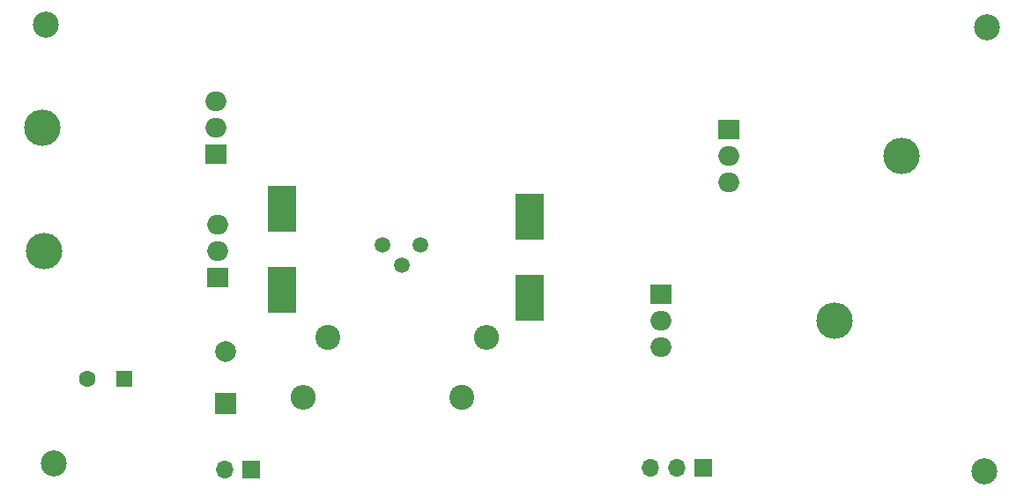
<source format=gbs>
G04 #@! TF.GenerationSoftware,KiCad,Pcbnew,(6.0.1)*
G04 #@! TF.CreationDate,2022-04-24T16:28:33-07:00*
G04 #@! TF.ProjectId,StereoPS,53746572-656f-4505-932e-6b696361645f,rev?*
G04 #@! TF.SameCoordinates,Original*
G04 #@! TF.FileFunction,Soldermask,Bot*
G04 #@! TF.FilePolarity,Negative*
%FSLAX46Y46*%
G04 Gerber Fmt 4.6, Leading zero omitted, Abs format (unit mm)*
G04 Created by KiCad (PCBNEW (6.0.1)) date 2022-04-24 16:28:33*
%MOMM*%
%LPD*%
G01*
G04 APERTURE LIST*
%ADD10R,1.600000X1.600000*%
%ADD11C,1.600000*%
%ADD12R,2.700000X4.500000*%
%ADD13C,2.500000*%
%ADD14C,2.400000*%
%ADD15O,2.400000X2.400000*%
%ADD16O,3.500000X3.500000*%
%ADD17R,2.000000X1.905000*%
%ADD18O,2.000000X1.905000*%
%ADD19R,1.700000X1.700000*%
%ADD20O,1.700000X1.700000*%
%ADD21C,1.498600*%
%ADD22R,2.000000X2.000000*%
%ADD23C,2.000000*%
G04 APERTURE END LIST*
D10*
X118492651Y-112268000D03*
D11*
X114992651Y-112268000D03*
D12*
X133680000Y-103740000D03*
X133680000Y-95940000D03*
D13*
X201422000Y-78486000D03*
D14*
X138080000Y-108300000D03*
D15*
X153320000Y-108300000D03*
D16*
X186754000Y-106680000D03*
D17*
X170094000Y-104140000D03*
D18*
X170094000Y-106680000D03*
X170094000Y-109220000D03*
D14*
X150920000Y-114100000D03*
D15*
X135680000Y-114100000D03*
D16*
X110790000Y-99980000D03*
D17*
X127450000Y-102520000D03*
D18*
X127450000Y-99980000D03*
X127450000Y-97440000D03*
D16*
X193220000Y-90890000D03*
D17*
X176560000Y-88350000D03*
D18*
X176560000Y-90890000D03*
X176560000Y-93430000D03*
D13*
X111760000Y-120396000D03*
D19*
X174110000Y-120825000D03*
D20*
X171570000Y-120825000D03*
X169030000Y-120825000D03*
D21*
X143355500Y-99445500D03*
X145155500Y-101345500D03*
X146955500Y-99445500D03*
D22*
X128270000Y-114635677D03*
D23*
X128270000Y-109635677D03*
D13*
X201168000Y-121158000D03*
D19*
X130710000Y-121020000D03*
D20*
X128170000Y-121020000D03*
D12*
X157500000Y-104500000D03*
X157500000Y-96700000D03*
D16*
X110670000Y-88130000D03*
D17*
X127330000Y-90670000D03*
D18*
X127330000Y-88130000D03*
X127330000Y-85590000D03*
D13*
X110998000Y-78232000D03*
M02*

</source>
